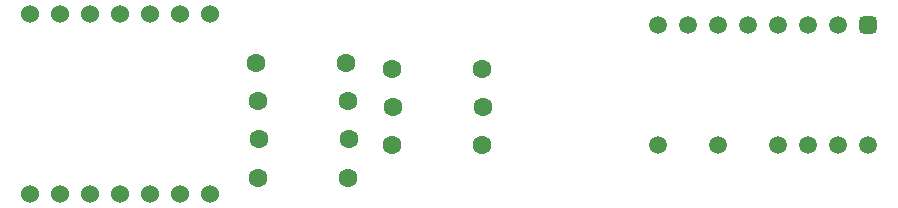
<source format=gbr>
%TF.GenerationSoftware,KiCad,Pcbnew,9.0.6*%
%TF.CreationDate,2026-01-12T08:11:24-05:00*%
%TF.ProjectId,clock,636c6f63-6b2e-46b6-9963-61645f706362,rev?*%
%TF.SameCoordinates,Original*%
%TF.FileFunction,Soldermask,Bot*%
%TF.FilePolarity,Negative*%
%FSLAX46Y46*%
G04 Gerber Fmt 4.6, Leading zero omitted, Abs format (unit mm)*
G04 Created by KiCad (PCBNEW 9.0.6) date 2026-01-12 08:11:24*
%MOMM*%
%LPD*%
G01*
G04 APERTURE LIST*
G04 Aperture macros list*
%AMRoundRect*
0 Rectangle with rounded corners*
0 $1 Rounding radius*
0 $2 $3 $4 $5 $6 $7 $8 $9 X,Y pos of 4 corners*
0 Add a 4 corners polygon primitive as box body*
4,1,4,$2,$3,$4,$5,$6,$7,$8,$9,$2,$3,0*
0 Add four circle primitives for the rounded corners*
1,1,$1+$1,$2,$3*
1,1,$1+$1,$4,$5*
1,1,$1+$1,$6,$7*
1,1,$1+$1,$8,$9*
0 Add four rect primitives between the rounded corners*
20,1,$1+$1,$2,$3,$4,$5,0*
20,1,$1+$1,$4,$5,$6,$7,0*
20,1,$1+$1,$6,$7,$8,$9,0*
20,1,$1+$1,$8,$9,$2,$3,0*%
G04 Aperture macros list end*
%ADD10C,1.524000*%
%ADD11C,1.600000*%
%ADD12RoundRect,0.375000X-0.375000X0.375000X-0.375000X-0.375000X0.375000X-0.375000X0.375000X0.375000X0*%
%ADD13C,1.500000*%
G04 APERTURE END LIST*
D10*
%TO.C,U1*%
X85148500Y-122620000D03*
X87688500Y-122620000D03*
X90228500Y-122620000D03*
X92768500Y-122620000D03*
X95308500Y-122620000D03*
X97848500Y-122620000D03*
X100388500Y-122620000D03*
X100388500Y-107380000D03*
X97848500Y-107380000D03*
X95308500Y-107380000D03*
X92768500Y-107380000D03*
X90228500Y-107380000D03*
X87688500Y-107380000D03*
X85148500Y-107380000D03*
%TD*%
D11*
%TO.C,R6*%
X115880000Y-115250000D03*
X123500000Y-115250000D03*
%TD*%
%TO.C,R5*%
X123370000Y-112000000D03*
X115750000Y-112000000D03*
%TD*%
%TO.C,R4*%
X104380000Y-121250000D03*
X112000000Y-121250000D03*
%TD*%
D12*
%TO.C,U2*%
X156030000Y-108340000D03*
D13*
X153490000Y-108340000D03*
X150950000Y-108340000D03*
X148410000Y-108340000D03*
X145870000Y-108340000D03*
X143330000Y-108340000D03*
X140790000Y-108340000D03*
X138250000Y-108340000D03*
X138250000Y-118500000D03*
X143330000Y-118500000D03*
X148410000Y-118500000D03*
X150950000Y-118500000D03*
X153490000Y-118500000D03*
X156030000Y-118500000D03*
%TD*%
D11*
%TO.C,R7*%
X123370000Y-118500000D03*
X115750000Y-118500000D03*
%TD*%
%TO.C,R1*%
X111870000Y-111500000D03*
X104250000Y-111500000D03*
%TD*%
%TO.C,R3*%
X112120000Y-118000000D03*
X104500000Y-118000000D03*
%TD*%
%TO.C,R2*%
X112000000Y-114750000D03*
X104380000Y-114750000D03*
%TD*%
M02*

</source>
